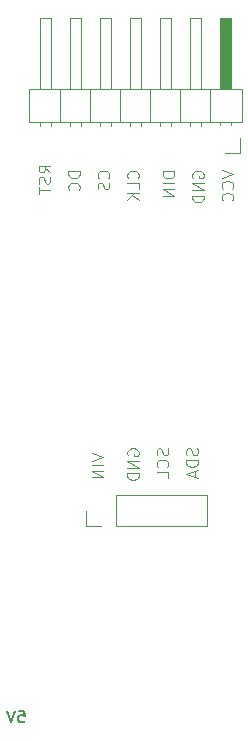
<source format=gbr>
%TF.GenerationSoftware,KiCad,Pcbnew,9.0.6-9.0.6~ubuntu24.04.1*%
%TF.CreationDate,2025-12-05T21:12:47+01:00*%
%TF.ProjectId,pcb,7063622e-6b69-4636-9164-5f7063625858,rev?*%
%TF.SameCoordinates,Original*%
%TF.FileFunction,Legend,Bot*%
%TF.FilePolarity,Positive*%
%FSLAX46Y46*%
G04 Gerber Fmt 4.6, Leading zero omitted, Abs format (unit mm)*
G04 Created by KiCad (PCBNEW 9.0.6-9.0.6~ubuntu24.04.1) date 2025-12-05 21:12:47*
%MOMM*%
%LPD*%
G01*
G04 APERTURE LIST*
%ADD10C,0.100000*%
%ADD11C,0.150000*%
%ADD12C,0.125000*%
%ADD13C,0.120000*%
G04 APERTURE END LIST*
D10*
X32372419Y-148303884D02*
X31372419Y-148303884D01*
X31372419Y-148303884D02*
X31372419Y-148541979D01*
X31372419Y-148541979D02*
X31420038Y-148684836D01*
X31420038Y-148684836D02*
X31515276Y-148780074D01*
X31515276Y-148780074D02*
X31610514Y-148827693D01*
X31610514Y-148827693D02*
X31800990Y-148875312D01*
X31800990Y-148875312D02*
X31943847Y-148875312D01*
X31943847Y-148875312D02*
X32134323Y-148827693D01*
X32134323Y-148827693D02*
X32229561Y-148780074D01*
X32229561Y-148780074D02*
X32324800Y-148684836D01*
X32324800Y-148684836D02*
X32372419Y-148541979D01*
X32372419Y-148541979D02*
X32372419Y-148303884D01*
X32372419Y-149303884D02*
X31372419Y-149303884D01*
X32372419Y-149780074D02*
X31372419Y-149780074D01*
X31372419Y-149780074D02*
X32372419Y-150351502D01*
X32372419Y-150351502D02*
X31372419Y-150351502D01*
X28420038Y-172327693D02*
X28372419Y-172232455D01*
X28372419Y-172232455D02*
X28372419Y-172089598D01*
X28372419Y-172089598D02*
X28420038Y-171946741D01*
X28420038Y-171946741D02*
X28515276Y-171851503D01*
X28515276Y-171851503D02*
X28610514Y-171803884D01*
X28610514Y-171803884D02*
X28800990Y-171756265D01*
X28800990Y-171756265D02*
X28943847Y-171756265D01*
X28943847Y-171756265D02*
X29134323Y-171803884D01*
X29134323Y-171803884D02*
X29229561Y-171851503D01*
X29229561Y-171851503D02*
X29324800Y-171946741D01*
X29324800Y-171946741D02*
X29372419Y-172089598D01*
X29372419Y-172089598D02*
X29372419Y-172184836D01*
X29372419Y-172184836D02*
X29324800Y-172327693D01*
X29324800Y-172327693D02*
X29277180Y-172375312D01*
X29277180Y-172375312D02*
X28943847Y-172375312D01*
X28943847Y-172375312D02*
X28943847Y-172184836D01*
X29372419Y-172803884D02*
X28372419Y-172803884D01*
X28372419Y-172803884D02*
X29372419Y-173375312D01*
X29372419Y-173375312D02*
X28372419Y-173375312D01*
X29372419Y-173851503D02*
X28372419Y-173851503D01*
X28372419Y-173851503D02*
X28372419Y-174089598D01*
X28372419Y-174089598D02*
X28420038Y-174232455D01*
X28420038Y-174232455D02*
X28515276Y-174327693D01*
X28515276Y-174327693D02*
X28610514Y-174375312D01*
X28610514Y-174375312D02*
X28800990Y-174422931D01*
X28800990Y-174422931D02*
X28943847Y-174422931D01*
X28943847Y-174422931D02*
X29134323Y-174375312D01*
X29134323Y-174375312D02*
X29229561Y-174327693D01*
X29229561Y-174327693D02*
X29324800Y-174232455D01*
X29324800Y-174232455D02*
X29372419Y-174089598D01*
X29372419Y-174089598D02*
X29372419Y-173851503D01*
D11*
X19187030Y-193954819D02*
X19663220Y-193954819D01*
X19663220Y-193954819D02*
X19710839Y-194431009D01*
X19710839Y-194431009D02*
X19663220Y-194383390D01*
X19663220Y-194383390D02*
X19567982Y-194335771D01*
X19567982Y-194335771D02*
X19329887Y-194335771D01*
X19329887Y-194335771D02*
X19234649Y-194383390D01*
X19234649Y-194383390D02*
X19187030Y-194431009D01*
X19187030Y-194431009D02*
X19139411Y-194526247D01*
X19139411Y-194526247D02*
X19139411Y-194764342D01*
X19139411Y-194764342D02*
X19187030Y-194859580D01*
X19187030Y-194859580D02*
X19234649Y-194907200D01*
X19234649Y-194907200D02*
X19329887Y-194954819D01*
X19329887Y-194954819D02*
X19567982Y-194954819D01*
X19567982Y-194954819D02*
X19663220Y-194907200D01*
X19663220Y-194907200D02*
X19710839Y-194859580D01*
X18853696Y-193954819D02*
X18520363Y-194954819D01*
X18520363Y-194954819D02*
X18187030Y-193954819D01*
D10*
X34324800Y-171756265D02*
X34372419Y-171899122D01*
X34372419Y-171899122D02*
X34372419Y-172137217D01*
X34372419Y-172137217D02*
X34324800Y-172232455D01*
X34324800Y-172232455D02*
X34277180Y-172280074D01*
X34277180Y-172280074D02*
X34181942Y-172327693D01*
X34181942Y-172327693D02*
X34086704Y-172327693D01*
X34086704Y-172327693D02*
X33991466Y-172280074D01*
X33991466Y-172280074D02*
X33943847Y-172232455D01*
X33943847Y-172232455D02*
X33896228Y-172137217D01*
X33896228Y-172137217D02*
X33848609Y-171946741D01*
X33848609Y-171946741D02*
X33800990Y-171851503D01*
X33800990Y-171851503D02*
X33753371Y-171803884D01*
X33753371Y-171803884D02*
X33658133Y-171756265D01*
X33658133Y-171756265D02*
X33562895Y-171756265D01*
X33562895Y-171756265D02*
X33467657Y-171803884D01*
X33467657Y-171803884D02*
X33420038Y-171851503D01*
X33420038Y-171851503D02*
X33372419Y-171946741D01*
X33372419Y-171946741D02*
X33372419Y-172184836D01*
X33372419Y-172184836D02*
X33420038Y-172327693D01*
X34372419Y-172756265D02*
X33372419Y-172756265D01*
X33372419Y-172756265D02*
X33372419Y-172994360D01*
X33372419Y-172994360D02*
X33420038Y-173137217D01*
X33420038Y-173137217D02*
X33515276Y-173232455D01*
X33515276Y-173232455D02*
X33610514Y-173280074D01*
X33610514Y-173280074D02*
X33800990Y-173327693D01*
X33800990Y-173327693D02*
X33943847Y-173327693D01*
X33943847Y-173327693D02*
X34134323Y-173280074D01*
X34134323Y-173280074D02*
X34229561Y-173232455D01*
X34229561Y-173232455D02*
X34324800Y-173137217D01*
X34324800Y-173137217D02*
X34372419Y-172994360D01*
X34372419Y-172994360D02*
X34372419Y-172756265D01*
X34086704Y-173708646D02*
X34086704Y-174184836D01*
X34372419Y-173613408D02*
X33372419Y-173946741D01*
X33372419Y-173946741D02*
X34372419Y-174280074D01*
X33920038Y-148827693D02*
X33872419Y-148732455D01*
X33872419Y-148732455D02*
X33872419Y-148589598D01*
X33872419Y-148589598D02*
X33920038Y-148446741D01*
X33920038Y-148446741D02*
X34015276Y-148351503D01*
X34015276Y-148351503D02*
X34110514Y-148303884D01*
X34110514Y-148303884D02*
X34300990Y-148256265D01*
X34300990Y-148256265D02*
X34443847Y-148256265D01*
X34443847Y-148256265D02*
X34634323Y-148303884D01*
X34634323Y-148303884D02*
X34729561Y-148351503D01*
X34729561Y-148351503D02*
X34824800Y-148446741D01*
X34824800Y-148446741D02*
X34872419Y-148589598D01*
X34872419Y-148589598D02*
X34872419Y-148684836D01*
X34872419Y-148684836D02*
X34824800Y-148827693D01*
X34824800Y-148827693D02*
X34777180Y-148875312D01*
X34777180Y-148875312D02*
X34443847Y-148875312D01*
X34443847Y-148875312D02*
X34443847Y-148684836D01*
X34872419Y-149303884D02*
X33872419Y-149303884D01*
X33872419Y-149303884D02*
X34872419Y-149875312D01*
X34872419Y-149875312D02*
X33872419Y-149875312D01*
X34872419Y-150351503D02*
X33872419Y-150351503D01*
X33872419Y-150351503D02*
X33872419Y-150589598D01*
X33872419Y-150589598D02*
X33920038Y-150732455D01*
X33920038Y-150732455D02*
X34015276Y-150827693D01*
X34015276Y-150827693D02*
X34110514Y-150875312D01*
X34110514Y-150875312D02*
X34300990Y-150922931D01*
X34300990Y-150922931D02*
X34443847Y-150922931D01*
X34443847Y-150922931D02*
X34634323Y-150875312D01*
X34634323Y-150875312D02*
X34729561Y-150827693D01*
X34729561Y-150827693D02*
X34824800Y-150732455D01*
X34824800Y-150732455D02*
X34872419Y-150589598D01*
X34872419Y-150589598D02*
X34872419Y-150351503D01*
X21872419Y-148375312D02*
X21396228Y-148041979D01*
X21872419Y-147803884D02*
X20872419Y-147803884D01*
X20872419Y-147803884D02*
X20872419Y-148184836D01*
X20872419Y-148184836D02*
X20920038Y-148280074D01*
X20920038Y-148280074D02*
X20967657Y-148327693D01*
X20967657Y-148327693D02*
X21062895Y-148375312D01*
X21062895Y-148375312D02*
X21205752Y-148375312D01*
X21205752Y-148375312D02*
X21300990Y-148327693D01*
X21300990Y-148327693D02*
X21348609Y-148280074D01*
X21348609Y-148280074D02*
X21396228Y-148184836D01*
X21396228Y-148184836D02*
X21396228Y-147803884D01*
X21824800Y-148756265D02*
X21872419Y-148899122D01*
X21872419Y-148899122D02*
X21872419Y-149137217D01*
X21872419Y-149137217D02*
X21824800Y-149232455D01*
X21824800Y-149232455D02*
X21777180Y-149280074D01*
X21777180Y-149280074D02*
X21681942Y-149327693D01*
X21681942Y-149327693D02*
X21586704Y-149327693D01*
X21586704Y-149327693D02*
X21491466Y-149280074D01*
X21491466Y-149280074D02*
X21443847Y-149232455D01*
X21443847Y-149232455D02*
X21396228Y-149137217D01*
X21396228Y-149137217D02*
X21348609Y-148946741D01*
X21348609Y-148946741D02*
X21300990Y-148851503D01*
X21300990Y-148851503D02*
X21253371Y-148803884D01*
X21253371Y-148803884D02*
X21158133Y-148756265D01*
X21158133Y-148756265D02*
X21062895Y-148756265D01*
X21062895Y-148756265D02*
X20967657Y-148803884D01*
X20967657Y-148803884D02*
X20920038Y-148851503D01*
X20920038Y-148851503D02*
X20872419Y-148946741D01*
X20872419Y-148946741D02*
X20872419Y-149184836D01*
X20872419Y-149184836D02*
X20920038Y-149327693D01*
X20872419Y-149613408D02*
X20872419Y-150184836D01*
X21872419Y-149899122D02*
X20872419Y-149899122D01*
D12*
X36371119Y-148177474D02*
X37371119Y-148510807D01*
X37371119Y-148510807D02*
X36371119Y-148844140D01*
X37275880Y-149748902D02*
X37323500Y-149701283D01*
X37323500Y-149701283D02*
X37371119Y-149558426D01*
X37371119Y-149558426D02*
X37371119Y-149463188D01*
X37371119Y-149463188D02*
X37323500Y-149320331D01*
X37323500Y-149320331D02*
X37228261Y-149225093D01*
X37228261Y-149225093D02*
X37133023Y-149177474D01*
X37133023Y-149177474D02*
X36942547Y-149129855D01*
X36942547Y-149129855D02*
X36799690Y-149129855D01*
X36799690Y-149129855D02*
X36609214Y-149177474D01*
X36609214Y-149177474D02*
X36513976Y-149225093D01*
X36513976Y-149225093D02*
X36418738Y-149320331D01*
X36418738Y-149320331D02*
X36371119Y-149463188D01*
X36371119Y-149463188D02*
X36371119Y-149558426D01*
X36371119Y-149558426D02*
X36418738Y-149701283D01*
X36418738Y-149701283D02*
X36466357Y-149748902D01*
X37275880Y-150748902D02*
X37323500Y-150701283D01*
X37323500Y-150701283D02*
X37371119Y-150558426D01*
X37371119Y-150558426D02*
X37371119Y-150463188D01*
X37371119Y-150463188D02*
X37323500Y-150320331D01*
X37323500Y-150320331D02*
X37228261Y-150225093D01*
X37228261Y-150225093D02*
X37133023Y-150177474D01*
X37133023Y-150177474D02*
X36942547Y-150129855D01*
X36942547Y-150129855D02*
X36799690Y-150129855D01*
X36799690Y-150129855D02*
X36609214Y-150177474D01*
X36609214Y-150177474D02*
X36513976Y-150225093D01*
X36513976Y-150225093D02*
X36418738Y-150320331D01*
X36418738Y-150320331D02*
X36371119Y-150463188D01*
X36371119Y-150463188D02*
X36371119Y-150558426D01*
X36371119Y-150558426D02*
X36418738Y-150701283D01*
X36418738Y-150701283D02*
X36466357Y-150748902D01*
D10*
X24372419Y-148303884D02*
X23372419Y-148303884D01*
X23372419Y-148303884D02*
X23372419Y-148541979D01*
X23372419Y-148541979D02*
X23420038Y-148684836D01*
X23420038Y-148684836D02*
X23515276Y-148780074D01*
X23515276Y-148780074D02*
X23610514Y-148827693D01*
X23610514Y-148827693D02*
X23800990Y-148875312D01*
X23800990Y-148875312D02*
X23943847Y-148875312D01*
X23943847Y-148875312D02*
X24134323Y-148827693D01*
X24134323Y-148827693D02*
X24229561Y-148780074D01*
X24229561Y-148780074D02*
X24324800Y-148684836D01*
X24324800Y-148684836D02*
X24372419Y-148541979D01*
X24372419Y-148541979D02*
X24372419Y-148303884D01*
X24277180Y-149875312D02*
X24324800Y-149827693D01*
X24324800Y-149827693D02*
X24372419Y-149684836D01*
X24372419Y-149684836D02*
X24372419Y-149589598D01*
X24372419Y-149589598D02*
X24324800Y-149446741D01*
X24324800Y-149446741D02*
X24229561Y-149351503D01*
X24229561Y-149351503D02*
X24134323Y-149303884D01*
X24134323Y-149303884D02*
X23943847Y-149256265D01*
X23943847Y-149256265D02*
X23800990Y-149256265D01*
X23800990Y-149256265D02*
X23610514Y-149303884D01*
X23610514Y-149303884D02*
X23515276Y-149351503D01*
X23515276Y-149351503D02*
X23420038Y-149446741D01*
X23420038Y-149446741D02*
X23372419Y-149589598D01*
X23372419Y-149589598D02*
X23372419Y-149684836D01*
X23372419Y-149684836D02*
X23420038Y-149827693D01*
X23420038Y-149827693D02*
X23467657Y-149875312D01*
X29277180Y-148875312D02*
X29324800Y-148827693D01*
X29324800Y-148827693D02*
X29372419Y-148684836D01*
X29372419Y-148684836D02*
X29372419Y-148589598D01*
X29372419Y-148589598D02*
X29324800Y-148446741D01*
X29324800Y-148446741D02*
X29229561Y-148351503D01*
X29229561Y-148351503D02*
X29134323Y-148303884D01*
X29134323Y-148303884D02*
X28943847Y-148256265D01*
X28943847Y-148256265D02*
X28800990Y-148256265D01*
X28800990Y-148256265D02*
X28610514Y-148303884D01*
X28610514Y-148303884D02*
X28515276Y-148351503D01*
X28515276Y-148351503D02*
X28420038Y-148446741D01*
X28420038Y-148446741D02*
X28372419Y-148589598D01*
X28372419Y-148589598D02*
X28372419Y-148684836D01*
X28372419Y-148684836D02*
X28420038Y-148827693D01*
X28420038Y-148827693D02*
X28467657Y-148875312D01*
X29372419Y-149780074D02*
X29372419Y-149303884D01*
X29372419Y-149303884D02*
X28372419Y-149303884D01*
X29372419Y-150113408D02*
X28372419Y-150113408D01*
X29372419Y-150684836D02*
X28800990Y-150256265D01*
X28372419Y-150684836D02*
X28943847Y-150113408D01*
X31824800Y-171756265D02*
X31872419Y-171899122D01*
X31872419Y-171899122D02*
X31872419Y-172137217D01*
X31872419Y-172137217D02*
X31824800Y-172232455D01*
X31824800Y-172232455D02*
X31777180Y-172280074D01*
X31777180Y-172280074D02*
X31681942Y-172327693D01*
X31681942Y-172327693D02*
X31586704Y-172327693D01*
X31586704Y-172327693D02*
X31491466Y-172280074D01*
X31491466Y-172280074D02*
X31443847Y-172232455D01*
X31443847Y-172232455D02*
X31396228Y-172137217D01*
X31396228Y-172137217D02*
X31348609Y-171946741D01*
X31348609Y-171946741D02*
X31300990Y-171851503D01*
X31300990Y-171851503D02*
X31253371Y-171803884D01*
X31253371Y-171803884D02*
X31158133Y-171756265D01*
X31158133Y-171756265D02*
X31062895Y-171756265D01*
X31062895Y-171756265D02*
X30967657Y-171803884D01*
X30967657Y-171803884D02*
X30920038Y-171851503D01*
X30920038Y-171851503D02*
X30872419Y-171946741D01*
X30872419Y-171946741D02*
X30872419Y-172184836D01*
X30872419Y-172184836D02*
X30920038Y-172327693D01*
X31777180Y-173327693D02*
X31824800Y-173280074D01*
X31824800Y-173280074D02*
X31872419Y-173137217D01*
X31872419Y-173137217D02*
X31872419Y-173041979D01*
X31872419Y-173041979D02*
X31824800Y-172899122D01*
X31824800Y-172899122D02*
X31729561Y-172803884D01*
X31729561Y-172803884D02*
X31634323Y-172756265D01*
X31634323Y-172756265D02*
X31443847Y-172708646D01*
X31443847Y-172708646D02*
X31300990Y-172708646D01*
X31300990Y-172708646D02*
X31110514Y-172756265D01*
X31110514Y-172756265D02*
X31015276Y-172803884D01*
X31015276Y-172803884D02*
X30920038Y-172899122D01*
X30920038Y-172899122D02*
X30872419Y-173041979D01*
X30872419Y-173041979D02*
X30872419Y-173137217D01*
X30872419Y-173137217D02*
X30920038Y-173280074D01*
X30920038Y-173280074D02*
X30967657Y-173327693D01*
X31872419Y-174232455D02*
X31872419Y-173756265D01*
X31872419Y-173756265D02*
X30872419Y-173756265D01*
X26777180Y-148875312D02*
X26824800Y-148827693D01*
X26824800Y-148827693D02*
X26872419Y-148684836D01*
X26872419Y-148684836D02*
X26872419Y-148589598D01*
X26872419Y-148589598D02*
X26824800Y-148446741D01*
X26824800Y-148446741D02*
X26729561Y-148351503D01*
X26729561Y-148351503D02*
X26634323Y-148303884D01*
X26634323Y-148303884D02*
X26443847Y-148256265D01*
X26443847Y-148256265D02*
X26300990Y-148256265D01*
X26300990Y-148256265D02*
X26110514Y-148303884D01*
X26110514Y-148303884D02*
X26015276Y-148351503D01*
X26015276Y-148351503D02*
X25920038Y-148446741D01*
X25920038Y-148446741D02*
X25872419Y-148589598D01*
X25872419Y-148589598D02*
X25872419Y-148684836D01*
X25872419Y-148684836D02*
X25920038Y-148827693D01*
X25920038Y-148827693D02*
X25967657Y-148875312D01*
X26824800Y-149256265D02*
X26872419Y-149399122D01*
X26872419Y-149399122D02*
X26872419Y-149637217D01*
X26872419Y-149637217D02*
X26824800Y-149732455D01*
X26824800Y-149732455D02*
X26777180Y-149780074D01*
X26777180Y-149780074D02*
X26681942Y-149827693D01*
X26681942Y-149827693D02*
X26586704Y-149827693D01*
X26586704Y-149827693D02*
X26491466Y-149780074D01*
X26491466Y-149780074D02*
X26443847Y-149732455D01*
X26443847Y-149732455D02*
X26396228Y-149637217D01*
X26396228Y-149637217D02*
X26348609Y-149446741D01*
X26348609Y-149446741D02*
X26300990Y-149351503D01*
X26300990Y-149351503D02*
X26253371Y-149303884D01*
X26253371Y-149303884D02*
X26158133Y-149256265D01*
X26158133Y-149256265D02*
X26062895Y-149256265D01*
X26062895Y-149256265D02*
X25967657Y-149303884D01*
X25967657Y-149303884D02*
X25920038Y-149351503D01*
X25920038Y-149351503D02*
X25872419Y-149446741D01*
X25872419Y-149446741D02*
X25872419Y-149684836D01*
X25872419Y-149684836D02*
X25920038Y-149827693D01*
X25372419Y-172161027D02*
X26372419Y-172494360D01*
X26372419Y-172494360D02*
X25372419Y-172827693D01*
X26372419Y-173161027D02*
X25372419Y-173161027D01*
X26372419Y-173637217D02*
X25372419Y-173637217D01*
X25372419Y-173637217D02*
X26372419Y-174208645D01*
X26372419Y-174208645D02*
X25372419Y-174208645D01*
D13*
%TO.C,J1*%
X20080000Y-141350000D02*
X38080000Y-141350000D01*
X20080000Y-144110000D02*
X20080000Y-141350000D01*
X21030000Y-135350000D02*
X21030000Y-141350000D01*
X21030000Y-144422642D02*
X21030000Y-144110000D01*
X21890000Y-135350000D02*
X21030000Y-135350000D01*
X21890000Y-141350000D02*
X21890000Y-135350000D01*
X21890000Y-144422642D02*
X21890000Y-144110000D01*
X22730000Y-144110000D02*
X22730000Y-141350000D01*
X23570000Y-135350000D02*
X23570000Y-141350000D01*
X23570000Y-144422642D02*
X23570000Y-144110000D01*
X24430000Y-135350000D02*
X23570000Y-135350000D01*
X24430000Y-141350000D02*
X24430000Y-135350000D01*
X24430000Y-144422642D02*
X24430000Y-144110000D01*
X25270000Y-144110000D02*
X25270000Y-141350000D01*
X26110000Y-135350000D02*
X26110000Y-141350000D01*
X26110000Y-144422642D02*
X26110000Y-144110000D01*
X26970000Y-135350000D02*
X26110000Y-135350000D01*
X26970000Y-141350000D02*
X26970000Y-135350000D01*
X26970000Y-144422642D02*
X26970000Y-144110000D01*
X27810000Y-144110000D02*
X27810000Y-141350000D01*
X28650000Y-135350000D02*
X28650000Y-141350000D01*
X28650000Y-144422642D02*
X28650000Y-144110000D01*
X29510000Y-135350000D02*
X28650000Y-135350000D01*
X29510000Y-141350000D02*
X29510000Y-135350000D01*
X29510000Y-144422642D02*
X29510000Y-144110000D01*
X30350000Y-144110000D02*
X30350000Y-141350000D01*
X31190000Y-135350000D02*
X31190000Y-141350000D01*
X31190000Y-144422642D02*
X31190000Y-144110000D01*
X32050000Y-135350000D02*
X31190000Y-135350000D01*
X32050000Y-141350000D02*
X32050000Y-135350000D01*
X32050000Y-144422642D02*
X32050000Y-144110000D01*
X32890000Y-144110000D02*
X32890000Y-141350000D01*
X33730000Y-135350000D02*
X33730000Y-141350000D01*
X33730000Y-144422642D02*
X33730000Y-144110000D01*
X34590000Y-135350000D02*
X33730000Y-135350000D01*
X34590000Y-141350000D02*
X34590000Y-135350000D01*
X34590000Y-144422642D02*
X34590000Y-144110000D01*
X35430000Y-144110000D02*
X35430000Y-141350000D01*
X36270000Y-144340000D02*
X36270000Y-144110000D01*
X36700000Y-146770000D02*
X37970000Y-146770000D01*
X37130000Y-144340000D02*
X37130000Y-144110000D01*
X37970000Y-146770000D02*
X37970000Y-145500000D01*
X38080000Y-141350000D02*
X38080000Y-144110000D01*
X38080000Y-144110000D02*
X20080000Y-144110000D01*
X37130000Y-141350000D02*
X36270000Y-141350000D01*
X36270000Y-135350000D01*
X37130000Y-135350000D01*
X37130000Y-141350000D01*
G36*
X37130000Y-141350000D02*
G01*
X36270000Y-141350000D01*
X36270000Y-135350000D01*
X37130000Y-135350000D01*
X37130000Y-141350000D01*
G37*
%TO.C,J2*%
X24870000Y-177025000D02*
X24870000Y-178355000D01*
X24870000Y-178355000D02*
X26200000Y-178355000D01*
X27470000Y-175695000D02*
X27470000Y-178355000D01*
X27470000Y-175695000D02*
X35150000Y-175695000D01*
X27470000Y-178355000D02*
X35150000Y-178355000D01*
X35150000Y-175695000D02*
X35150000Y-178355000D01*
%TD*%
M02*

</source>
